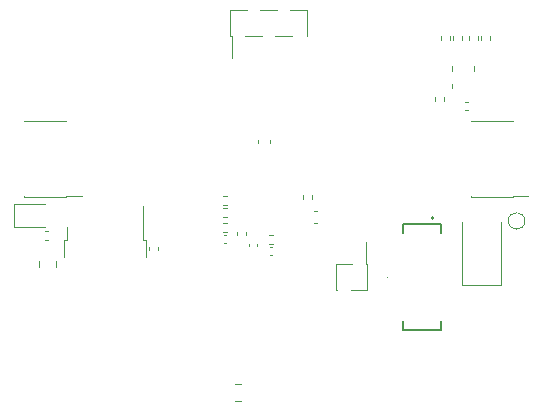
<source format=gbr>
%TF.GenerationSoftware,KiCad,Pcbnew,(6.0.9)*%
%TF.CreationDate,2023-01-25T10:50:16+01:00*%
%TF.ProjectId,BatteryManagementBoard,42617474-6572-4794-9d61-6e6167656d65,rev?*%
%TF.SameCoordinates,Original*%
%TF.FileFunction,Legend,Top*%
%TF.FilePolarity,Positive*%
%FSLAX46Y46*%
G04 Gerber Fmt 4.6, Leading zero omitted, Abs format (unit mm)*
G04 Created by KiCad (PCBNEW (6.0.9)) date 2023-01-25 10:50:16*
%MOMM*%
%LPD*%
G01*
G04 APERTURE LIST*
%ADD10C,0.120000*%
%ADD11C,0.200000*%
%ADD12C,0.100000*%
G04 APERTURE END LIST*
D10*
%TO.C,C326*%
X153859420Y-104390000D02*
X154140580Y-104390000D01*
X153859420Y-105410000D02*
X154140580Y-105410000D01*
%TO.C,R309*%
X146453641Y-103120000D02*
X146146359Y-103120000D01*
X146453641Y-103880000D02*
X146146359Y-103880000D01*
%TO.C,C330*%
X146192164Y-106440000D02*
X146407836Y-106440000D01*
X146192164Y-107160000D02*
X146407836Y-107160000D01*
%TO.C,TP201*%
X171700000Y-105250000D02*
G75*
G03*
X171700000Y-105250000I-700000J0D01*
G01*
%TO.C,U501*%
X165570000Y-93990000D02*
X165570000Y-93640000D01*
X167390000Y-92170000D02*
X167390000Y-92520000D01*
X165570000Y-92170000D02*
X165570000Y-92520000D01*
%TO.C,C501*%
X166857836Y-95860000D02*
X166642164Y-95860000D01*
X166857836Y-95140000D02*
X166642164Y-95140000D01*
%TO.C,R401*%
X131353641Y-106880000D02*
X131046359Y-106880000D01*
X131353641Y-106120000D02*
X131046359Y-106120000D01*
D11*
%TO.C,J201*%
X164580000Y-113750000D02*
X164580000Y-114470000D01*
X161420000Y-114470000D02*
X161420000Y-113750000D01*
X164580000Y-105530000D02*
X161420000Y-105530000D01*
X164580000Y-114470000D02*
X161420000Y-114470000D01*
X164580000Y-106250000D02*
X164580000Y-105530000D01*
X161420000Y-105530000D02*
X161420000Y-106250000D01*
X164000000Y-105000000D02*
G75*
G03*
X164000000Y-105000000I-100000J0D01*
G01*
D10*
%TO.C,C327*%
X148340000Y-107192164D02*
X148340000Y-107407836D01*
X149060000Y-107192164D02*
X149060000Y-107407836D01*
%TO.C,C402*%
X139890000Y-107492164D02*
X139890000Y-107707836D01*
X140610000Y-107492164D02*
X140610000Y-107707836D01*
%TO.C,C331*%
X149090000Y-98665580D02*
X149090000Y-98384420D01*
X150110000Y-98665580D02*
X150110000Y-98384420D01*
%TO.C,R314*%
X150353641Y-107180000D02*
X150046359Y-107180000D01*
X150353641Y-106420000D02*
X150046359Y-106420000D01*
%TO.C,D201*%
X166350000Y-110700000D02*
X169650000Y-110700000D01*
X166350000Y-110700000D02*
X166350000Y-105300000D01*
X169650000Y-110700000D02*
X169650000Y-105300000D01*
%TO.C,J205*%
X129335000Y-96830000D02*
X129335000Y-96765000D01*
X132865000Y-103235000D02*
X132865000Y-103170000D01*
X132865000Y-96830000D02*
X132865000Y-96765000D01*
X129335000Y-103235000D02*
X129335000Y-103170000D01*
X132865000Y-96765000D02*
X129335000Y-96765000D01*
X132865000Y-103235000D02*
X129335000Y-103235000D01*
X134190000Y-103170000D02*
X132865000Y-103170000D01*
%TO.C,C403*%
X130565000Y-108638748D02*
X130565000Y-109161252D01*
X132035000Y-108638748D02*
X132035000Y-109161252D01*
%TO.C,R308*%
X152920000Y-103046359D02*
X152920000Y-103353641D01*
X153680000Y-103046359D02*
X153680000Y-103353641D01*
%TO.C,R506*%
X164820000Y-94776359D02*
X164820000Y-95083641D01*
X164060000Y-94776359D02*
X164060000Y-95083641D01*
%TO.C,J206*%
X158330000Y-108890000D02*
X158220000Y-108890000D01*
X157050000Y-108890000D02*
X155680000Y-108890000D01*
X158320000Y-111110000D02*
X156950000Y-111110000D01*
X158220000Y-108890000D02*
X158220000Y-107060000D01*
X155670000Y-108890000D02*
X155670000Y-111110000D01*
X155780000Y-111110000D02*
X155670000Y-111110000D01*
X158330000Y-108890000D02*
X158330000Y-111110000D01*
%TO.C,R502*%
X164590000Y-89606359D02*
X164590000Y-89913641D01*
X165350000Y-89606359D02*
X165350000Y-89913641D01*
%TO.C,R311*%
X146146359Y-104120000D02*
X146453641Y-104120000D01*
X146146359Y-104880000D02*
X146453641Y-104880000D01*
%TO.C,D401*%
X131100000Y-103840000D02*
X128415000Y-103840000D01*
X128415000Y-103840000D02*
X128415000Y-105760000D01*
X128415000Y-105760000D02*
X131100000Y-105760000D01*
%TO.C,R503*%
X168750000Y-89903641D02*
X168750000Y-89596359D01*
X167990000Y-89903641D02*
X167990000Y-89596359D01*
%TO.C,R504*%
X167750000Y-89586359D02*
X167750000Y-89893641D01*
X166990000Y-89586359D02*
X166990000Y-89893641D01*
%TO.C,R501*%
X165620000Y-89913641D02*
X165620000Y-89606359D01*
X166380000Y-89913641D02*
X166380000Y-89606359D01*
%TO.C,R315*%
X146146359Y-105420000D02*
X146453641Y-105420000D01*
X146146359Y-106180000D02*
X146453641Y-106180000D01*
%TO.C,J203*%
X167135000Y-103235000D02*
X167135000Y-103170000D01*
X170665000Y-96830000D02*
X170665000Y-96765000D01*
X170665000Y-103235000D02*
X167135000Y-103235000D01*
X167135000Y-96830000D02*
X167135000Y-96765000D01*
X171990000Y-103170000D02*
X170665000Y-103170000D01*
X170665000Y-103235000D02*
X170665000Y-103170000D01*
X170665000Y-96765000D02*
X167135000Y-96765000D01*
%TO.C,C324*%
X147138748Y-119065000D02*
X147661252Y-119065000D01*
X147138748Y-120535000D02*
X147661252Y-120535000D01*
%TO.C,C329*%
X148060000Y-106192164D02*
X148060000Y-106407836D01*
X147340000Y-106192164D02*
X147340000Y-106407836D01*
%TO.C,J207*%
X146775000Y-87390000D02*
X148145000Y-87390000D01*
X146765000Y-89610000D02*
X146875000Y-89610000D01*
X150585000Y-89610000D02*
X151955000Y-89610000D01*
X149315000Y-87390000D02*
X150685000Y-87390000D01*
X148045000Y-89610000D02*
X149415000Y-89610000D01*
X153235000Y-89610000D02*
X153235000Y-87390000D01*
X153125000Y-87390000D02*
X153235000Y-87390000D01*
X146875000Y-89610000D02*
X146875000Y-91440000D01*
X146765000Y-89610000D02*
X146765000Y-87390000D01*
X151855000Y-87390000D02*
X153225000Y-87390000D01*
%TO.C,C328*%
X150307836Y-108160000D02*
X150092164Y-108160000D01*
X150307836Y-107440000D02*
X150092164Y-107440000D01*
%TO.C,U401*%
X139330000Y-106830000D02*
X139330000Y-104000000D01*
X132700000Y-106830000D02*
X132970000Y-106830000D01*
X132970000Y-106830000D02*
X132970000Y-105730000D01*
X132700000Y-108330000D02*
X132700000Y-106830000D01*
X139600000Y-108330000D02*
X139600000Y-106830000D01*
X139600000Y-106830000D02*
X139330000Y-106830000D01*
D12*
%TO.C,D202*%
X160150000Y-110000000D02*
G75*
G03*
X160150000Y-110000000I-50000J0D01*
G01*
%TD*%
M02*

</source>
